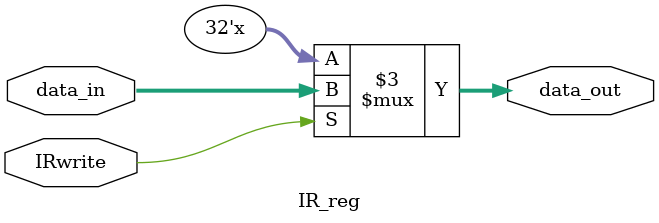
<source format=v>
module IR_reg(data_out,data_in,IRwrite);
    
    output reg [31:0] data_out;
    input wire [31:0] data_in;
    input wire IRwrite;
   
   always @(data_in,IRwrite)
        begin          
              if(IRwrite)
                
              		data_out <= data_in;
              
              else
                
                	data_out <= data_out;
                
        end 
endmodule


</source>
